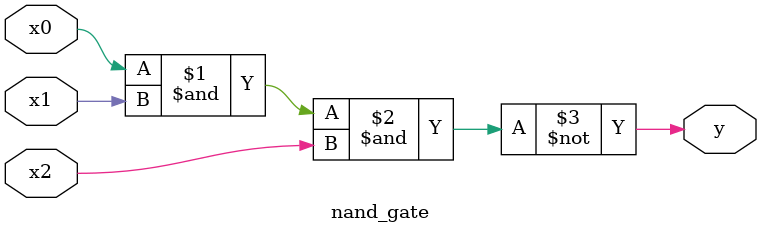
<source format=v>
module nand_gate(y, x0, x1, x2);
	output y;
	input x0, x1, x2;
		
	assign y = ~(x0 & x1 & x2);
endmodule
	
</source>
